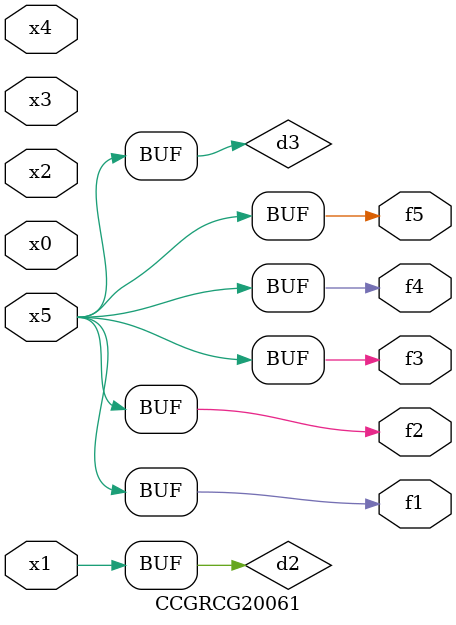
<source format=v>
module CCGRCG20061(
	input x0, x1, x2, x3, x4, x5,
	output f1, f2, f3, f4, f5
);

	wire d1, d2, d3;

	not (d1, x5);
	or (d2, x1);
	xnor (d3, d1);
	assign f1 = d3;
	assign f2 = d3;
	assign f3 = d3;
	assign f4 = d3;
	assign f5 = d3;
endmodule

</source>
